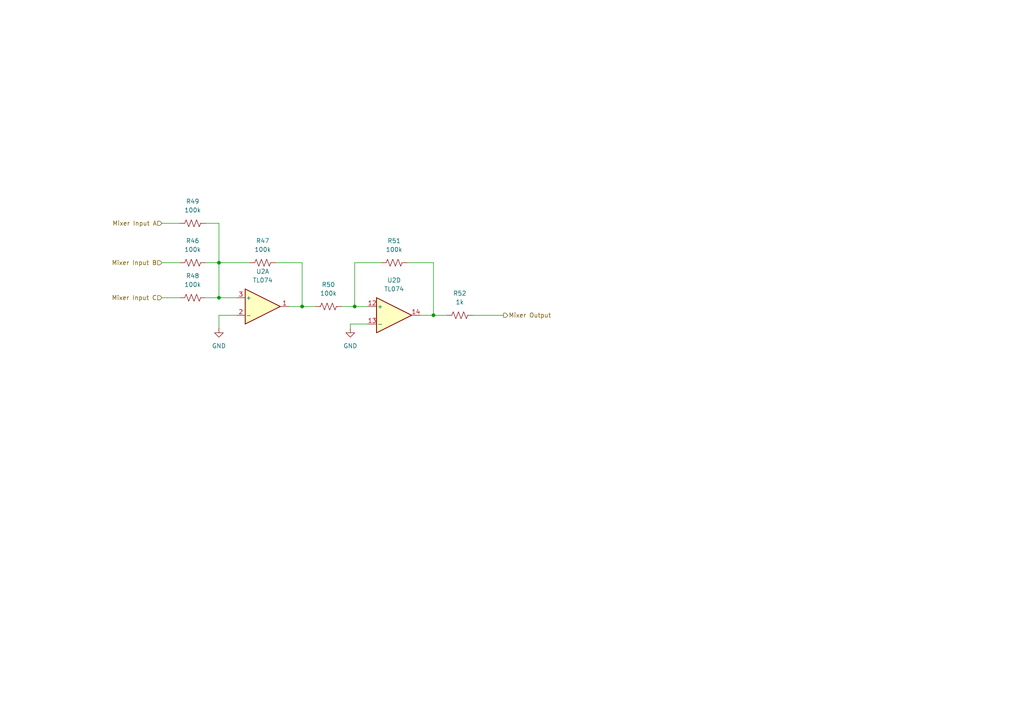
<source format=kicad_sch>
(kicad_sch (version 20231120) (generator "eeschema") (generator_version "8.0")
  (paper "A4")
  (title_block (comment 1 "PCB for 5 cm Kosmo format synthesizer module"))
  (lib_symbols
    (symbol "Amplifier_Operational:TL074" (pin_names (offset 0.127))
      (property "Reference" "U" (at 0 5.08 0))
      (property "Value" "TL074" (at 0 -5.08 0))
      (symbol "TL074_1_1"
        (polyline (pts (xy -5.08 5.08) (xy 5.08 0) (xy -5.08 -5.08) (xy -5.08 5.08)) (stroke (width 0.254)) (fill (type background)))
        (pin output line (at 7.62 0 180) (length 2.54) (name "~") (number "1"))
        (pin input line (at -7.62 -2.54 0) (length 2.54) (name "-") (number "2"))
        (pin input line (at -7.62 2.54 0) (length 2.54) (name "+") (number "3"))
      )
      (symbol "TL074_2_1"
        (polyline (pts (xy -5.08 5.08) (xy 5.08 0) (xy -5.08 -5.08) (xy -5.08 5.08)) (stroke (width 0.254)) (fill (type background)))
        (pin input line (at -7.62 2.54 0) (length 2.54) (name "+") (number "5"))
        (pin input line (at -7.62 -2.54 0) (length 2.54) (name "-") (number "6"))
        (pin output line (at 7.62 0 180) (length 2.54) (name "~") (number "7"))
      )
      (symbol "TL074_3_1"
        (polyline (pts (xy -5.08 5.08) (xy 5.08 0) (xy -5.08 -5.08) (xy -5.08 5.08)) (stroke (width 0.254)) (fill (type background)))
        (pin input line (at -7.62 2.54 0) (length 2.54) (name "+") (number "10"))
        (pin output line (at 7.62 0 180) (length 2.54) (name "~") (number "8"))
        (pin input line (at -7.62 -2.54 0) (length 2.54) (name "-") (number "9"))
      )
      (symbol "TL074_4_1"
        (polyline (pts (xy -5.08 5.08) (xy 5.08 0) (xy -5.08 -5.08) (xy -5.08 5.08)) (stroke (width 0.254)) (fill (type background)))
        (pin input line (at -7.62 2.54 0) (length 2.54) (name "+") (number "12"))
        (pin input line (at -7.62 -2.54 0) (length 2.54) (name "-") (number "13"))
        (pin output line (at 7.62 0 180) (length 2.54) (name "~") (number "14"))
      )
      (symbol "TL074_5_1"
        (pin power_in line (at -2.54 -7.62 90) (length 3.81) (name "V-") (number "11"))
        (pin power_in line (at -2.54 7.62 270) (length 3.81) (name "V+") (number "4"))
      )
    )
    (symbol "Device:R_US" (pin_numbers hide) (pin_names (offset 0))
      (property "Reference" "R" (at 2.54 0 90))
      (property "Value" "R_US" (at -2.54 0 90))
      (symbol "R_US_0_1"
        (polyline (pts (xy 0 -2.286) (xy 0 -2.54)))
        (polyline (pts (xy 0 2.286) (xy 0 2.54)))
        (polyline (pts (xy 0 -0.762) (xy 1.016 -1.143) (xy 0 -1.524) (xy -1.016 -1.905) (xy 0 -2.286)))
        (polyline (pts (xy 0 0.762) (xy 1.016 0.381) (xy 0 0) (xy -1.016 -0.381) (xy 0 -0.762)))
        (polyline (pts (xy 0 2.286) (xy 1.016 1.905) (xy 0 1.524) (xy -1.016 1.143) (xy 0 0.762)))
      )
      (symbol "R_US_1_1"
        (pin passive line (at 0 3.81 270) (length 1.27) (name "~") (number "1"))
        (pin passive line (at 0 -3.81 90) (length 1.27) (name "~") (number "2"))
      )
    )
    (symbol "power:GND" (power) (pin_numbers hide) (pin_names (offset 0) hide)
      (property "Value" "GND" (at 0 -3.81 0))
      (symbol "GND_0_1"
        (polyline (pts (xy 0 0) (xy 0 -1.27) (xy 1.27 -1.27) (xy 0 -2.54) (xy -1.27 -1.27) (xy 0 -1.27)))
      )
      (symbol "GND_1_1"
        (pin power_in line (at 0 0 270) (length 0) (name "~") (number "1"))
      )
    )
  )
  (junction (at 125.73 91.44))
  (junction (at 63.5 86.36))
  (junction (at 87.63 88.9))
  (junction (at 63.5 76.2))
  (junction (at 102.87 88.9))
  (wire (pts (xy 99.06 88.9) (xy 102.87 88.9)))
  (wire (pts (xy 102.87 88.9) (xy 106.68 88.9)))
  (wire (pts (xy 87.63 88.9) (xy 91.44 88.9)))
  (wire (pts (xy 121.92 91.44) (xy 125.73 91.44)))
  (wire (pts (xy 46.99 76.2) (xy 52.07 76.2)))
  (wire (pts (xy 46.99 64.77) (xy 52.07 64.77)))
  (wire (pts (xy 63.5 64.77) (xy 63.5 76.2)))
  (wire (pts (xy 83.82 88.9) (xy 87.63 88.9)))
  (wire (pts (xy 59.69 86.36) (xy 63.5 86.36)))
  (wire (pts (xy 125.73 91.44) (xy 129.54 91.44)))
  (wire (pts (xy 46.99 86.36) (xy 52.07 86.36)))
  (wire (pts (xy 137.16 91.44) (xy 146.05 91.44)))
  (wire (pts (xy 106.68 93.98) (xy 101.6 93.98)))
  (wire (pts (xy 63.5 76.2) (xy 72.39 76.2)))
  (wire (pts (xy 63.5 76.2) (xy 63.5 86.36)))
  (wire (pts (xy 110.49 76.2) (xy 102.87 76.2)))
  (wire (pts (xy 63.5 91.44) (xy 68.58 91.44)))
  (wire (pts (xy 59.69 76.2) (xy 63.5 76.2)))
  (wire (pts (xy 125.73 76.2) (xy 125.73 91.44)))
  (wire (pts (xy 87.63 76.2) (xy 87.63 88.9)))
  (wire (pts (xy 101.6 93.98) (xy 101.6 95.25)))
  (wire (pts (xy 102.87 76.2) (xy 102.87 88.9)))
  (wire (pts (xy 118.11 76.2) (xy 125.73 76.2)))
  (wire (pts (xy 80.01 76.2) (xy 87.63 76.2)))
  (wire (pts (xy 63.5 86.36) (xy 68.58 86.36)))
  (wire (pts (xy 59.69 64.77) (xy 63.5 64.77)))
  (wire (pts (xy 63.5 91.44) (xy 63.5 95.25)))
  (hierarchical_label "Mixer Input A" (shape input) (at 46.99 64.77 180))
  (hierarchical_label "Mixer Output" (shape output) (at 146.05 91.44 0))
  (hierarchical_label "Mixer Input B" (shape input) (at 46.99 76.2 180))
  (hierarchical_label "Mixer Input C" (shape input) (at 46.99 86.36 180))
  (symbol (lib_id "power:GND") (at 101.6 95.25 0) (unit 1)
    (property "Reference" "#PWR033" (effects (hide yes)))
    (property "Value" "GND" (at 101.6 100.33 0))
    (property "Description" "Power symbol creates a global label with name \"GND\" , ground" (effects (hide yes)))
  )
  (symbol (lib_id "Amplifier_Operational:TL074") (at 76.2 88.9 0) (unit 1)
    (property "Reference" "U2" (at 76.2 78.74 0))
    (property "Value" "TL074" (at 76.2 81.28 0))
    (property "Footprint" "Package_DIP:DIP-14_W7.62mm_Socket" (effects (hide yes)))
    (property "Datasheet" "http://www.ti.com/lit/ds/symlink/tl071.pdf" (effects (hide yes)))
    (property "Description" "Quad Low-Noise JFET-Input Operational Amplifiers, DIP-14/SOIC-14" (effects (hide yes)))
  )
  (symbol (lib_id "power:GND") (at 63.5 95.25 0) (unit 1)
    (property "Reference" "#PWR032" (effects (hide yes)))
    (property "Value" "GND" (at 63.5 100.33 0))
    (property "Description" "Power symbol creates a global label with name \"GND\" , ground" (effects (hide yes)))
  )
  (symbol (lib_id "Device:R_US") (at 76.2 76.2 90) (unit 1)
    (property "Reference" "R47" (at 76.2 69.85 90))
    (property "Value" "100k" (at 76.2 72.39 90))
    (property "Footprint" "Resistor_THT:R_Axial_DIN0207_L6.3mm_D2.5mm_P7.62mm_Horizontal" (effects (hide yes)))
    (property "Description" "Resistor, US symbol" (effects (hide yes)))
  )
  (symbol (lib_id "Amplifier_Operational:TL074") (at 114.3 91.44 0) (unit 4)
    (property "Reference" "U2" (at 114.3 81.28 0))
    (property "Value" "TL074" (at 114.3 83.82 0))
    (property "Footprint" "Package_DIP:DIP-14_W7.62mm_Socket" (effects (hide yes)))
    (property "Datasheet" "http://www.ti.com/lit/ds/symlink/tl071.pdf" (effects (hide yes)))
    (property "Description" "Quad Low-Noise JFET-Input Operational Amplifiers, DIP-14/SOIC-14" (effects (hide yes)))
  )
  (symbol (lib_id "Device:R_US") (at 55.88 64.77 90) (unit 1)
    (property "Reference" "R49" (at 55.88 58.42 90))
    (property "Value" "100k" (at 55.88 60.96 90))
    (property "Footprint" "Resistor_THT:R_Axial_DIN0207_L6.3mm_D2.5mm_P7.62mm_Horizontal" (effects (hide yes)))
    (property "Description" "Resistor, US symbol" (effects (hide yes)))
  )
  (symbol (lib_id "Device:R_US") (at 114.3 76.2 90) (unit 1)
    (property "Reference" "R51" (at 114.3 69.85 90))
    (property "Value" "100k" (at 114.3 72.39 90))
    (property "Footprint" "Resistor_THT:R_Axial_DIN0207_L6.3mm_D2.5mm_P7.62mm_Horizontal" (effects (hide yes)))
    (property "Description" "Resistor, US symbol" (effects (hide yes)))
  )
  (symbol (lib_id "Device:R_US") (at 133.35 91.44 90) (unit 1)
    (property "Reference" "R52" (at 133.35 85.09 90))
    (property "Value" "1k" (at 133.35 87.63 90))
    (property "Footprint" "Resistor_THT:R_Axial_DIN0207_L6.3mm_D2.5mm_P7.62mm_Horizontal" (effects (hide yes)))
    (property "Description" "Resistor, US symbol" (effects (hide yes)))
  )
  (symbol (lib_id "Device:R_US") (at 55.88 76.2 90) (unit 1)
    (property "Reference" "R46" (at 55.88 69.85 90))
    (property "Value" "100k" (at 55.88 72.39 90))
    (property "Footprint" "Resistor_THT:R_Axial_DIN0207_L6.3mm_D2.5mm_P7.62mm_Horizontal" (effects (hide yes)))
    (property "Description" "Resistor, US symbol" (effects (hide yes)))
  )
  (symbol (lib_id "Device:R_US") (at 55.88 86.36 90) (unit 1)
    (property "Reference" "R48" (at 55.88 80.01 90))
    (property "Value" "100k" (at 55.88 82.55 90))
    (property "Footprint" "Resistor_THT:R_Axial_DIN0207_L6.3mm_D2.5mm_P7.62mm_Horizontal" (effects (hide yes)))
    (property "Description" "Resistor, US symbol" (effects (hide yes)))
  )
  (symbol (lib_id "Device:R_US") (at 95.25 88.9 90) (unit 1)
    (property "Reference" "R50" (at 95.25 82.55 90))
    (property "Value" "100k" (at 95.25 85.09 90))
    (property "Footprint" "Resistor_THT:R_Axial_DIN0207_L6.3mm_D2.5mm_P7.62mm_Horizontal" (effects (hide yes)))
    (property "Description" "Resistor, US symbol" (effects (hide yes)))
  )
)
</source>
